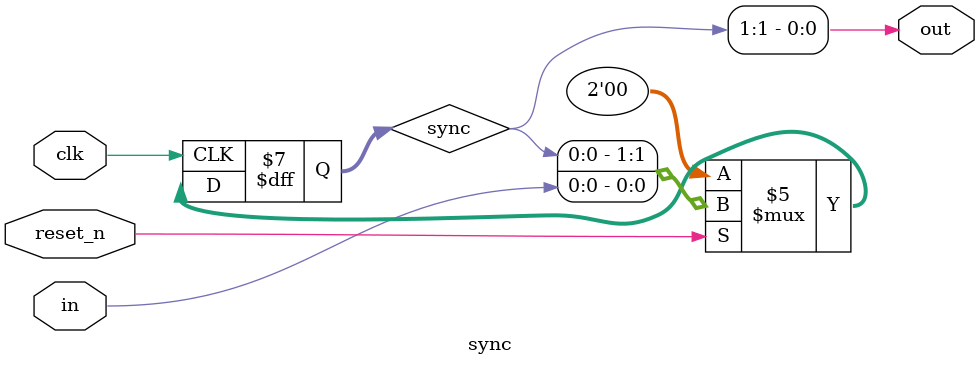
<source format=v>
`timescale 1ns / 1ps


module sync(
    input   clk,
    input   reset_n,
    
    input   in,
    output  out
    );
    
    // Synchronization of input signal
    reg  [1:0]  sync = {2{1'b0}};

    always @(posedge clk)
    begin
        if (reset_n == 1'b0)
            sync <= {2{1'b0}};
        else
            sync <= {sync[0], in};
    end

    assign out = sync[1];

    
endmodule

</source>
